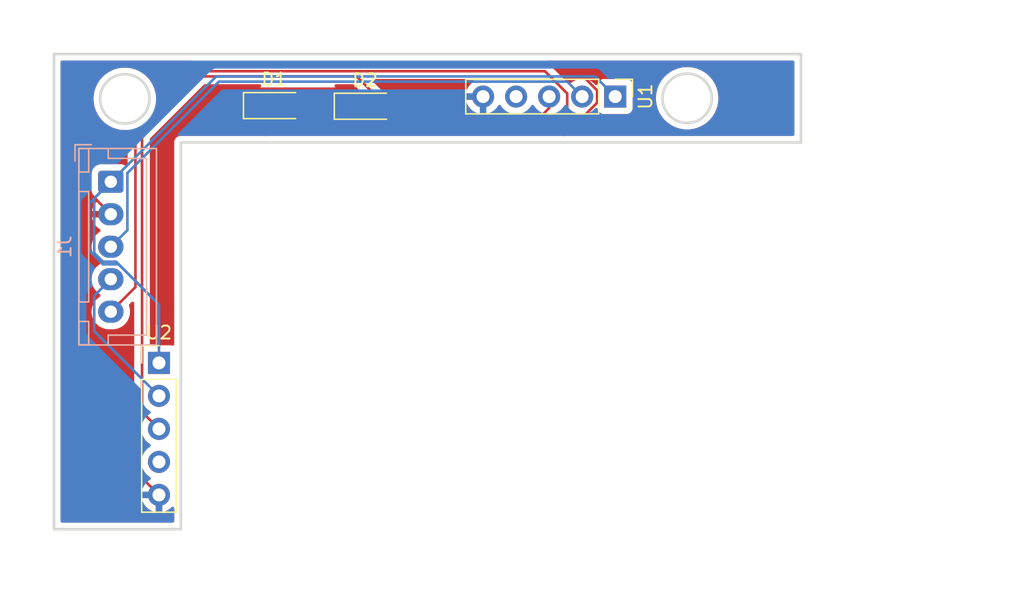
<source format=kicad_pcb>
(kicad_pcb (version 20240108) (generator "pcbnew") (generator_version "8.0")
  (layers (0 "F.Cu" signal) (31 "B.Cu" signal) (34 "B.Paste" user) (35 "F.Paste" user) (36 "B.SilkS" user "B.Silkscreen") (37 "F.SilkS" user "F.Silkscreen") (38 "B.Mask" user) (39 "F.Mask" user) (44 "Edge.Cuts" user))
  (net 0 "")
  (net 1 "Net-(D1-A)")
  (net 2 "ECHO")
  (net 3 "Net-(D2-A)")
  (net 4 "GND")
  (net 5 "TRIG1")
  (net 6 "TRIG2")
  (net 7 "5V")
  (footprint "Diode_SMD:D_SOD-123" (layer "F.Cu") (at 151.256 58.468)
    (property "Reference" "D2" (at 0 -2 360) (layer "F.SilkS"))
    (property "Value" "1N4148WT")
    (fp_line (start -2.36 -1) (end -2.36 1) (stroke (width 0.12)) (layer "F.SilkS"))
    (fp_line (start -2.36 -1) (end 1.65 -1) (stroke (width 0.12)) (layer "F.SilkS"))
    (fp_line (start -2.36 1) (end 1.65 1) (stroke (width 0.12)) (layer "F.SilkS"))
    (pad "1" smd roundrect (at -1.65 0) (size 0.9 1.2) (layers "F.Cu" "F.Paste" "F.Mask") (net 2 "ECHO"))
    (pad "2" smd roundrect (at 1.65 0) (size 0.9 1.2) (layers "F.Cu" "F.Paste" "F.Mask") (net 3 "Net-(D2-A)"))
  )
  (footprint "Connector_PinHeader_2.54mm:PinHeader_1x05_P2.54mm_Vertical" (layer "F.Cu") (at 135.415 78.22)
    (property "Reference" "U2" (at 0 -2.33 360) (layer "F.SilkS"))
    (property "Value" "~")
    (fp_line (start -1.33 -1.33) (end 0 -1.33) (stroke (width 0.12)) (layer "F.SilkS"))
    (fp_line (start -1.33 0) (end -1.33 -1.33) (stroke (width 0.12)) (layer "F.SilkS"))
    (fp_line (start -1.33 1.27) (end -1.33 11.49) (stroke (width 0.12)) (layer "F.SilkS"))
    (fp_line (start -1.33 1.27) (end 1.33 1.27) (stroke (width 0.12)) (layer "F.SilkS"))
    (fp_line (start -1.33 11.49) (end 1.33 11.49) (stroke (width 0.12)) (layer "F.SilkS"))
    (fp_line (start 1.33 1.27) (end 1.33 11.49) (stroke (width 0.12)) (layer "F.SilkS"))
    (pad "1" thru_hole rect (at 0 0) (size 1.7 1.7) (drill 1) (layers "*.Cu" "*.Mask") (net 7 "5V"))
    (pad "2" thru_hole oval (at 0 2.54) (size 1.7 1.7) (drill 1) (layers "*.Cu" "*.Mask") (net 6 "TRIG2"))
    (pad "3" thru_hole oval (at 0 5.08) (size 1.7 1.7) (drill 1) (layers "*.Cu" "*.Mask") (net 3 "Net-(D2-A)"))
    (pad "4" thru_hole oval (at 0 7.62) (size 1.7 1.7) (drill 1) (layers "*.Cu" "*.Mask"))
    (pad "5" thru_hole oval (at 0 10.16) (size 1.7 1.7) (drill 1) (layers "*.Cu" "*.Mask") (net 4 "GND"))
  )
  (footprint "Connector_PinHeader_2.54mm:PinHeader_1x05_P2.54mm_Vertical" (layer "F.Cu") (at 170.495 57.72432 -90)
    (property "Reference" "U1" (at 0 -2.33 90) (layer "F.SilkS"))
    (property "Value" "~")
    (fp_line (start -1.33 11.49) (end 1.33 11.49) (stroke (width 0.12)) (layer "F.SilkS"))
    (fp_line (start -1.33 1.27) (end -1.33 11.49) (stroke (width 0.12)) (layer "F.SilkS"))
    (fp_line (start -1.33 1.27) (end 1.33 1.27) (stroke (width 0.12)) (layer "F.SilkS"))
    (fp_line (start 1.33 1.27) (end 1.33 11.49) (stroke (width 0.12)) (layer "F.SilkS"))
    (fp_line (start -1.33 0) (end -1.33 -1.33) (stroke (width 0.12)) (layer "F.SilkS"))
    (fp_line (start -1.33 -1.33) (end 0 -1.33) (stroke (width 0.12)) (layer "F.SilkS"))
    (pad "1" thru_hole rect (at 0 0 270) (size 1.7 1.7) (drill 1) (layers "*.Cu" "*.Mask") (net 7 "5V"))
    (pad "2" thru_hole oval (at 0 2.54 270) (size 1.7 1.7) (drill 1) (layers "*.Cu" "*.Mask") (net 5 "TRIG1"))
    (pad "3" thru_hole oval (at 0 5.08 270) (size 1.7 1.7) (drill 1) (layers "*.Cu" "*.Mask") (net 1 "Net-(D1-A)"))
    (pad "4" thru_hole oval (at 0 7.62 270) (size 1.7 1.7) (drill 1) (layers "*.Cu" "*.Mask"))
    (pad "5" thru_hole oval (at 0 10.16 270) (size 1.7 1.7) (drill 1) (layers "*.Cu" "*.Mask") (net 4 "GND"))
  )
  (footprint "Diode_SMD:D_SOD-123" (layer "F.Cu") (at 144.272 58.42)
    (property "Reference" "D1" (at 0 -2 360) (layer "F.SilkS"))
    (property "Value" "1N4148WT")
    (fp_line (start -2.36 -1) (end -2.36 1) (stroke (width 0.12)) (layer "F.SilkS"))
    (fp_line (start -2.36 -1) (end 1.65 -1) (stroke (width 0.12)) (layer "F.SilkS"))
    (fp_line (start -2.36 1) (end 1.65 1) (stroke (width 0.12)) (layer "F.SilkS"))
    (pad "1" smd roundrect (at -1.65 0) (size 0.9 1.2) (layers "F.Cu" "F.Paste" "F.Mask") (net 2 "ECHO"))
    (pad "2" smd roundrect (at 1.65 0) (size 0.9 1.2) (layers "F.Cu" "F.Paste" "F.Mask") (net 1 "Net-(D1-A)"))
  )
  (footprint "Connector_JST:JST_XH_B5B-XH-A_1x05_P2.50mm_Vertical" (layer "B.Cu") (at 131.71 64.28 -90)
    (property "Reference" "J1" (at 5 3.55 90) (layer "B.SilkS") (effects (justify mirror)))
    (property "Value" "Conn_01x05")
    (fp_line (start -2.85 2.75) (end -1.6 2.75) (stroke (width 0.12)) (layer "B.SilkS"))
    (fp_line (start -2.56 2.46) (end 12.56 2.46) (stroke (width 0.12)) (layer "B.SilkS"))
    (fp_line (start 12.56 2.46) (end 12.56 -3.51) (stroke (width 0.12)) (layer "B.SilkS"))
    (fp_line (start -2.55 2.45) (end -0.75 2.45) (stroke (width 0.12)) (layer "B.SilkS"))
    (fp_line (start -0.75 2.45) (end -0.75 1.7) (stroke (width 0.12)) (layer "B.SilkS"))
    (fp_line (start 0.75 2.45) (end 9.25 2.45) (stroke (width 0.12)) (layer "B.SilkS"))
    (fp_line (start 9.25 2.45) (end 9.25 1.7) (stroke (width 0.12)) (layer "B.SilkS"))
    (fp_line (start 10.75 2.45) (end 12.55 2.45) (stroke (width 0.12)) (layer "B.SilkS"))
    (fp_line (start 12.55 2.45) (end 12.55 1.7) (stroke (width 0.12)) (layer "B.SilkS"))
    (fp_line (start -2.55 1.7) (end -2.55 2.45) (stroke (width 0.12)) (layer "B.SilkS"))
    (fp_line (start -0.75 1.7) (end -2.55 1.7) (stroke (width 0.12)) (layer "B.SilkS"))
    (fp_line (start 0.75 1.7) (end 0.75 2.45) (stroke (width 0.12)) (layer "B.SilkS"))
    (fp_line (start 9.25 1.7) (end 0.75 1.7) (stroke (width 0.12)) (layer "B.SilkS"))
    (fp_line (start 10.75 1.7) (end 10.75 2.45) (stroke (width 0.12)) (layer "B.SilkS"))
    (fp_line (start 12.55 1.7) (end 10.75 1.7) (stroke (width 0.12)) (layer "B.SilkS"))
    (fp_line (start -2.85 1.5) (end -2.85 2.75) (stroke (width 0.12)) (layer "B.SilkS"))
    (fp_line (start -1.8 0.2) (end -2.55 0.2) (stroke (width 0.12)) (layer "B.SilkS"))
    (fp_line (start 11.8 0.2) (end 12.55 0.2) (stroke (width 0.12)) (layer "B.SilkS"))
    (fp_line (start -1.8 -2.75) (end -1.8 0.2) (stroke (width 0.12)) (layer "B.SilkS"))
    (fp_line (start 5 -2.75) (end -1.8 -2.75) (stroke (width 0.12)) (layer "B.SilkS"))
    (fp_line (start 5 -2.75) (end 11.8 -2.75) (stroke (width 0.12)) (layer "B.SilkS"))
    (fp_line (start 11.8 -2.75) (end 11.8 0.2) (stroke (width 0.12)) (layer "B.SilkS"))
    (fp_line (start -2.56 -3.51) (end -2.56 2.46) (stroke (width 0.12)) (layer "B.SilkS"))
    (fp_line (start 12.56 -3.51) (end -2.56 -3.51) (stroke (width 0.12)) (layer "B.SilkS"))
    (pad "1" thru_hole roundrect (at 0 0 270) (size 1.7 1.95) (drill 0.95) (layers "*.Cu" "*.Mask") (roundrect_rratio 0.147059) (net 7 "5V"))
    (pad "2" thru_hole oval (at 2.5 0 270) (size 1.7 1.95) (drill 0.95) (layers "*.Cu" "*.Mask") (net 4 "GND"))
    (pad "3" thru_hole oval (at 5 0 270) (size 1.7 1.95) (drill 0.95) (layers "*.Cu" "*.Mask") (net 5 "TRIG1"))
    (pad "4" thru_hole oval (at 7.5 0 270) (size 1.7 1.95) (drill 0.95) (layers "*.Cu" "*.Mask") (net 6 "TRIG2"))
    (pad "5" thru_hole oval (at 10 0 270) (size 1.7 1.95) (drill 0.95) (layers "*.Cu" "*.Mask") (net 2 "ECHO"))
  )
  (gr_line (start 137.09 91.015) (end 127.34 91.015) (stroke (width 0.2)) (layer "Edge.Cuts"))
  (gr_circle (center 176.028473 57.85432) (end 174.128473 57.85432) (stroke (width 0.2)) (fill none) (layer "Edge.Cuts"))
  (gr_line (start 184.779052 61.25432) (end 137.09 61.25432) (stroke (width 0.2)) (layer "Edge.Cuts"))
  (gr_line (start 137.09 61.25432) (end 137.09 91.015) (stroke (width 0.2)) (layer "Edge.Cuts"))
  (gr_line (start 184.779052 54.45432) (end 184.779052 61.25432) (stroke (width 0.2)) (layer "Edge.Cuts"))
  (gr_circle (center 132.785859 57.9) (end 130.885859 57.9) (stroke (width 0.2)) (fill none) (layer "Edge.Cuts"))
  (gr_line (start 127.34 54.45432) (end 184.779052 54.45432) (stroke (width 0.2)) (layer "Edge.Cuts"))
  (gr_line (start 127.34 91.015) (end 127.34 54.45432) (stroke (width 0.2)) (layer "Edge.Cuts"))
  (segment (start 147.35632 59.85432) (end 164.17368 59.85432) (width 0.2) (layer "F.Cu") (net 1))
  (segment (start 164.17368 59.85432) (end 165.415 58.613) (width 0.2) (layer "F.Cu") (net 1))
  (segment (start 145.922 58.42) (end 147.35632 59.85432) (width 0.2) (layer "F.Cu") (net 1))
  (segment (start 165.415 58.613) (end 165.415 57.72432) (width 0.2) (layer "F.Cu") (net 1))
  (segment (start 166.805 57.487974) (end 165.089026 55.772) (width 0.2) (layer "F.Cu") (net 2))
  (segment (start 133.604 60.648314) (end 133.604 72.386) (width 0.2) (layer "F.Cu") (net 2))
  (segment (start 138.03 55.772) (end 135.382 58.42) (width 0.2) (layer "F.Cu") (net 2))
  (segment (start 149.606 58.468) (end 148.658 57.52) (width 0.2) (layer "F.Cu") (net 2))
  (segment (start 148.658 57.52) (end 143.522 57.52) (width 0.2) (layer "F.Cu") (net 2))
  (segment (start 144.45632 60.25432) (end 165.80568 60.25432) (width 0.2) (layer "F.Cu") (net 2))
  (segment (start 143.522 57.52) (end 142.622 58.42) (width 0.2) (layer "F.Cu") (net 2))
  (segment (start 165.089026 55.772) (end 138.03 55.772) (width 0.2) (layer "F.Cu") (net 2))
  (segment (start 166.805 59.255) (end 166.805 57.487974) (width 0.2) (layer "F.Cu") (net 2))
  (segment (start 165.80568 60.25432) (end 166.805 59.255) (width 0.2) (layer "F.Cu") (net 2))
  (segment (start 142.622 58.42) (end 144.45632 60.25432) (width 0.2) (layer "F.Cu") (net 2))
  (segment (start 135.382 58.870314) (end 133.604 60.648314) (width 0.2) (layer "F.Cu") (net 2))
  (segment (start 135.382 58.42) (end 135.382 58.870314) (width 0.2) (layer "F.Cu") (net 2))
  (segment (start 133.604 72.386) (end 131.71 74.28) (width 0.2) (layer "F.Cu") (net 2))
  (segment (start 134.112 60.706) (end 134.112 81.997) (width 0.2) (layer "F.Cu") (net 3))
  (segment (start 138.646 56.172) (end 134.112 60.706) (width 0.2) (layer "F.Cu") (net 3))
  (segment (start 152.906 58.468) (end 150.61 56.172) (width 0.2) (layer "F.Cu") (net 3))
  (segment (start 134.112 81.997) (end 135.415 83.3) (width 0.2) (layer "F.Cu") (net 3))
  (segment (start 150.61 56.172) (end 138.646 56.172) (width 0.2) (layer "F.Cu") (net 3))
  (segment (start 152.078 59.368) (end 153.484 59.368) (width 0.2) (layer "F.Cu") (net 4))
  (segment (start 131.064 55.372) (end 167.229026 55.372) (width 0.2) (layer "F.Cu") (net 4))
  (segment (start 169.105 58.200666) (end 166.651346 60.65432) (width 0.2) (layer "F.Cu") (net 4))
  (segment (start 169.105 57.247974) (end 169.105 58.200666) (width 0.2) (layer "F.Cu") (net 4))
  (segment (start 141.872 57.821304) (end 142.573304 57.12) (width 0.2) (layer "F.Cu") (net 4))
  (segment (start 142.573304 57.12) (end 149.83 57.12) (width 0.2) (layer "F.Cu") (net 4))
  (segment (start 149.83 57.12) (end 152.078 59.368) (width 0.2) (layer "F.Cu") (net 4))
  (segment (start 166.651346 60.65432) (end 143.507624 60.65432) (width 0.2) (layer "F.Cu") (net 4))
  (segment (start 130.048 65.118) (end 130.048 64.262) (width 0.2) (layer "F.Cu") (net 4))
  (segment (start 155.12768 57.72432) (end 160.335 57.72432) (width 0.2) (layer "F.Cu") (net 4))
  (segment (start 130.048 64.262) (end 130.048 56.388) (width 0.2) (layer "F.Cu") (net 4))
  (segment (start 167.229026 55.372) (end 169.105 57.247974) (width 0.2) (layer "F.Cu") (net 4))
  (segment (start 131.71 66.78) (end 130.048 65.118) (width 0.2) (layer "F.Cu") (net 4))
  (segment (start 130.048 56.388) (end 131.064 55.372) (width 0.2) (layer "F.Cu") (net 4))
  (segment (start 130.048 83.013) (end 130.048 64.262) (width 0.2) (layer "F.Cu") (net 4))
  (segment (start 135.415 88.38) (end 130.048 83.013) (width 0.2) (layer "F.Cu") (net 4))
  (segment (start 153.484 59.368) (end 155.12768 57.72432) (width 0.2) (layer "F.Cu") (net 4))
  (segment (start 143.507624 60.65432) (end 141.872 59.018696) (width 0.2) (layer "F.Cu") (net 4))
  (segment (start 141.872 59.018696) (end 141.872 57.821304) (width 0.2) (layer "F.Cu") (net 4))
  (segment (start 140.02168 56.57432) (end 166.805 56.57432) (width 0.2) (layer "B.Cu") (net 5))
  (segment (start 131.71 69.28) (end 132.985 68.005) (width 0.2) (layer "B.Cu") (net 5))
  (segment (start 132.985 68.005) (end 132.985 63.611) (width 0.2) (layer "B.Cu") (net 5))
  (segment (start 166.805 56.57432) (end 167.955 57.72432) (width 0.2) (layer "B.Cu") (net 5))
  (segment (start 132.985 63.611) (end 140.02168 56.57432) (width 0.2) (layer "B.Cu") (net 5))
  (segment (start 130.435 75.78) (end 130.435 73.055) (width 0.2) (layer "B.Cu") (net 6))
  (segment (start 135.415 80.76) (end 130.435 75.78) (width 0.2) (layer "B.Cu") (net 6))
  (segment (start 130.435 73.055) (end 131.71 71.78) (width 0.2) (layer "B.Cu") (net 6))
  (segment (start 135.107673 73.426327) (end 135.415 73.733654) (width 0.2) (layer "B.Cu") (net 7))
  (segment (start 131.108654 70.63) (end 132.311346 70.63) (width 0.2) (layer "B.Cu") (net 7))
  (segment (start 130.035 69.556346) (end 131.108654 70.63) (width 0.2) (layer "B.Cu") (net 7))
  (segment (start 130.435 65.555) (end 139.81568 56.17432) (width 0.2) (layer "B.Cu") (net 7))
  (segment (start 130.435 69.756346) (end 130.435 65.555) (width 0.2) (layer "B.Cu") (net 7))
  (segment (start 132.111346 70.43) (end 131.108654 70.43) (width 0.2) (layer "B.Cu") (net 7))
  (segment (start 135.415 73.733654) (end 135.415 78.22) (width 0.2) (layer "B.Cu") (net 7))
  (segment (start 139.81568 56.17432) (end 168.945 56.17432) (width 0.2) (layer "B.Cu") (net 7))
  (segment (start 131.108654 70.43) (end 130.435 69.756346) (width 0.2) (layer "B.Cu") (net 7))
  (segment (start 132.311346 70.63) (end 135.107673 73.426327) (width 0.2) (layer "B.Cu") (net 7))
  (segment (start 131.71 64.28) (end 130.035 65.955) (width 0.2) (layer "B.Cu") (net 7))
  (segment (start 135.107673 73.426327) (end 132.111346 70.43) (width 0.2) (layer "B.Cu") (net 7))
  (segment (start 130.035 65.955) (end 130.035 69.556346) (width 0.2) (layer "B.Cu") (net 7))
  (segment (start 168.945 56.17432) (end 170.495 57.72432) (width 0.2) (layer "B.Cu") (net 7))
  (zone (net 4) (net_name "GND") (layers "F&B.Cu") (connect_pads (clearance 0.5)) (min_thickness 0.25) (fill yes (thermal_gap 0.5) (thermal_bridge_width 0.5))
    (polygon (pts (xy 123.952 51.562) (xy 123.19 96.774) (xy 201.93 95.25) (xy 195.072 50.292)))
  )
)
</source>
